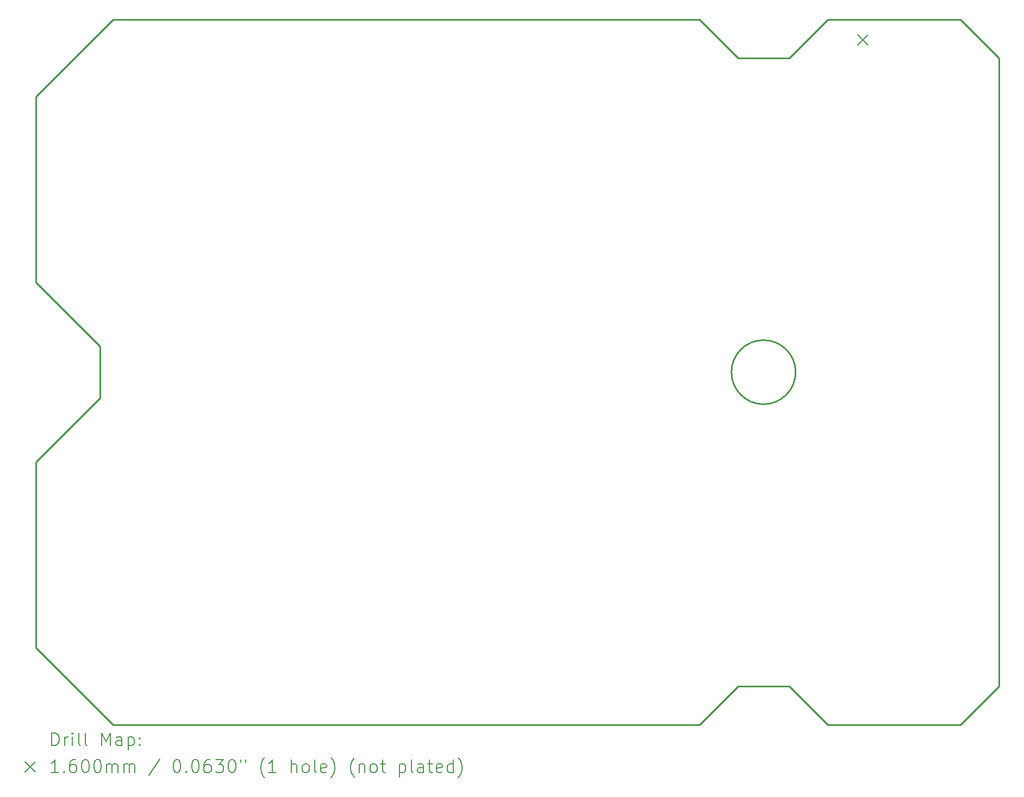
<source format=gbr>
%TF.GenerationSoftware,KiCad,Pcbnew,(6.0.10)*%
%TF.CreationDate,2023-02-22T22:59:29-05:00*%
%TF.ProjectId,System Management Board,53797374-656d-4204-9d61-6e6167656d65,rev?*%
%TF.SameCoordinates,Original*%
%TF.FileFunction,Drillmap*%
%TF.FilePolarity,Positive*%
%FSLAX45Y45*%
G04 Gerber Fmt 4.5, Leading zero omitted, Abs format (unit mm)*
G04 Created by KiCad (PCBNEW (6.0.10)) date 2023-02-22 22:59:29*
%MOMM*%
%LPD*%
G01*
G04 APERTURE LIST*
%ADD10C,0.250000*%
%ADD11C,0.200000*%
%ADD12C,0.160000*%
G04 APERTURE END LIST*
D10*
X8372500Y-10436514D02*
X7372500Y-11436514D01*
X19705833Y-15536514D02*
X21772500Y-15536514D01*
X8572500Y-15536513D02*
X17705833Y-15536514D01*
X19105833Y-14936514D02*
X19705833Y-15536514D01*
X19105833Y-5136514D02*
X18305833Y-5136514D01*
X8372500Y-9636514D02*
X8372500Y-10436514D01*
X21772500Y-15536514D02*
X22372500Y-14936514D01*
X21772500Y-4536514D02*
X19705833Y-4536514D01*
X7372500Y-14336514D02*
X8572500Y-15536513D01*
X17705833Y-4536514D02*
X8572500Y-4536514D01*
X22372500Y-14936514D02*
X22372500Y-5136514D01*
X7372500Y-8636514D02*
X8372500Y-9636514D01*
X19705833Y-4536514D02*
X19105833Y-5136514D01*
X7372500Y-5736514D02*
X7372500Y-8636514D01*
X18305833Y-14936514D02*
X19105833Y-14936514D01*
X18305833Y-5136514D02*
X17705833Y-4536514D01*
X19205833Y-10036514D02*
G75*
G03*
X19205833Y-10036514I-500000J0D01*
G01*
X7372500Y-11436514D02*
X7372500Y-14336514D01*
X8572500Y-4536514D02*
X7372500Y-5736514D01*
X22372500Y-5136514D02*
X21772500Y-4536514D01*
X17705833Y-15536514D02*
X18305833Y-14936514D01*
D11*
D12*
X20169680Y-4774240D02*
X20329680Y-4934240D01*
X20329680Y-4774240D02*
X20169680Y-4934240D01*
D11*
X7617619Y-15859490D02*
X7617619Y-15659490D01*
X7665238Y-15659490D01*
X7693809Y-15669014D01*
X7712857Y-15688061D01*
X7722381Y-15707109D01*
X7731905Y-15745204D01*
X7731905Y-15773776D01*
X7722381Y-15811871D01*
X7712857Y-15830918D01*
X7693809Y-15849966D01*
X7665238Y-15859490D01*
X7617619Y-15859490D01*
X7817619Y-15859490D02*
X7817619Y-15726157D01*
X7817619Y-15764252D02*
X7827143Y-15745204D01*
X7836667Y-15735680D01*
X7855714Y-15726157D01*
X7874762Y-15726157D01*
X7941428Y-15859490D02*
X7941428Y-15726157D01*
X7941428Y-15659490D02*
X7931905Y-15669014D01*
X7941428Y-15678538D01*
X7950952Y-15669014D01*
X7941428Y-15659490D01*
X7941428Y-15678538D01*
X8065238Y-15859490D02*
X8046190Y-15849966D01*
X8036667Y-15830918D01*
X8036667Y-15659490D01*
X8170000Y-15859490D02*
X8150952Y-15849966D01*
X8141428Y-15830918D01*
X8141428Y-15659490D01*
X8398571Y-15859490D02*
X8398571Y-15659490D01*
X8465238Y-15802347D01*
X8531905Y-15659490D01*
X8531905Y-15859490D01*
X8712857Y-15859490D02*
X8712857Y-15754728D01*
X8703333Y-15735680D01*
X8684286Y-15726157D01*
X8646190Y-15726157D01*
X8627143Y-15735680D01*
X8712857Y-15849966D02*
X8693810Y-15859490D01*
X8646190Y-15859490D01*
X8627143Y-15849966D01*
X8617619Y-15830918D01*
X8617619Y-15811871D01*
X8627143Y-15792823D01*
X8646190Y-15783299D01*
X8693810Y-15783299D01*
X8712857Y-15773776D01*
X8808095Y-15726157D02*
X8808095Y-15926157D01*
X8808095Y-15735680D02*
X8827143Y-15726157D01*
X8865238Y-15726157D01*
X8884286Y-15735680D01*
X8893810Y-15745204D01*
X8903333Y-15764252D01*
X8903333Y-15821395D01*
X8893810Y-15840442D01*
X8884286Y-15849966D01*
X8865238Y-15859490D01*
X8827143Y-15859490D01*
X8808095Y-15849966D01*
X8989048Y-15840442D02*
X8998571Y-15849966D01*
X8989048Y-15859490D01*
X8979524Y-15849966D01*
X8989048Y-15840442D01*
X8989048Y-15859490D01*
X8989048Y-15735680D02*
X8998571Y-15745204D01*
X8989048Y-15754728D01*
X8979524Y-15745204D01*
X8989048Y-15735680D01*
X8989048Y-15754728D01*
D12*
X7200000Y-16109014D02*
X7360000Y-16269014D01*
X7360000Y-16109014D02*
X7200000Y-16269014D01*
D11*
X7722381Y-16279490D02*
X7608095Y-16279490D01*
X7665238Y-16279490D02*
X7665238Y-16079490D01*
X7646190Y-16108061D01*
X7627143Y-16127109D01*
X7608095Y-16136633D01*
X7808095Y-16260442D02*
X7817619Y-16269966D01*
X7808095Y-16279490D01*
X7798571Y-16269966D01*
X7808095Y-16260442D01*
X7808095Y-16279490D01*
X7989048Y-16079490D02*
X7950952Y-16079490D01*
X7931905Y-16089014D01*
X7922381Y-16098538D01*
X7903333Y-16127109D01*
X7893809Y-16165204D01*
X7893809Y-16241395D01*
X7903333Y-16260442D01*
X7912857Y-16269966D01*
X7931905Y-16279490D01*
X7970000Y-16279490D01*
X7989048Y-16269966D01*
X7998571Y-16260442D01*
X8008095Y-16241395D01*
X8008095Y-16193776D01*
X7998571Y-16174728D01*
X7989048Y-16165204D01*
X7970000Y-16155680D01*
X7931905Y-16155680D01*
X7912857Y-16165204D01*
X7903333Y-16174728D01*
X7893809Y-16193776D01*
X8131905Y-16079490D02*
X8150952Y-16079490D01*
X8170000Y-16089014D01*
X8179524Y-16098538D01*
X8189048Y-16117585D01*
X8198571Y-16155680D01*
X8198571Y-16203299D01*
X8189048Y-16241395D01*
X8179524Y-16260442D01*
X8170000Y-16269966D01*
X8150952Y-16279490D01*
X8131905Y-16279490D01*
X8112857Y-16269966D01*
X8103333Y-16260442D01*
X8093809Y-16241395D01*
X8084286Y-16203299D01*
X8084286Y-16155680D01*
X8093809Y-16117585D01*
X8103333Y-16098538D01*
X8112857Y-16089014D01*
X8131905Y-16079490D01*
X8322381Y-16079490D02*
X8341428Y-16079490D01*
X8360476Y-16089014D01*
X8370000Y-16098538D01*
X8379524Y-16117585D01*
X8389048Y-16155680D01*
X8389048Y-16203299D01*
X8379524Y-16241395D01*
X8370000Y-16260442D01*
X8360476Y-16269966D01*
X8341428Y-16279490D01*
X8322381Y-16279490D01*
X8303333Y-16269966D01*
X8293809Y-16260442D01*
X8284286Y-16241395D01*
X8274762Y-16203299D01*
X8274762Y-16155680D01*
X8284286Y-16117585D01*
X8293809Y-16098538D01*
X8303333Y-16089014D01*
X8322381Y-16079490D01*
X8474762Y-16279490D02*
X8474762Y-16146157D01*
X8474762Y-16165204D02*
X8484286Y-16155680D01*
X8503333Y-16146157D01*
X8531905Y-16146157D01*
X8550952Y-16155680D01*
X8560476Y-16174728D01*
X8560476Y-16279490D01*
X8560476Y-16174728D02*
X8570000Y-16155680D01*
X8589048Y-16146157D01*
X8617619Y-16146157D01*
X8636667Y-16155680D01*
X8646190Y-16174728D01*
X8646190Y-16279490D01*
X8741429Y-16279490D02*
X8741429Y-16146157D01*
X8741429Y-16165204D02*
X8750952Y-16155680D01*
X8770000Y-16146157D01*
X8798571Y-16146157D01*
X8817619Y-16155680D01*
X8827143Y-16174728D01*
X8827143Y-16279490D01*
X8827143Y-16174728D02*
X8836667Y-16155680D01*
X8855714Y-16146157D01*
X8884286Y-16146157D01*
X8903333Y-16155680D01*
X8912857Y-16174728D01*
X8912857Y-16279490D01*
X9303333Y-16069966D02*
X9131905Y-16327109D01*
X9560476Y-16079490D02*
X9579524Y-16079490D01*
X9598571Y-16089014D01*
X9608095Y-16098538D01*
X9617619Y-16117585D01*
X9627143Y-16155680D01*
X9627143Y-16203299D01*
X9617619Y-16241395D01*
X9608095Y-16260442D01*
X9598571Y-16269966D01*
X9579524Y-16279490D01*
X9560476Y-16279490D01*
X9541429Y-16269966D01*
X9531905Y-16260442D01*
X9522381Y-16241395D01*
X9512857Y-16203299D01*
X9512857Y-16155680D01*
X9522381Y-16117585D01*
X9531905Y-16098538D01*
X9541429Y-16089014D01*
X9560476Y-16079490D01*
X9712857Y-16260442D02*
X9722381Y-16269966D01*
X9712857Y-16279490D01*
X9703333Y-16269966D01*
X9712857Y-16260442D01*
X9712857Y-16279490D01*
X9846190Y-16079490D02*
X9865238Y-16079490D01*
X9884286Y-16089014D01*
X9893810Y-16098538D01*
X9903333Y-16117585D01*
X9912857Y-16155680D01*
X9912857Y-16203299D01*
X9903333Y-16241395D01*
X9893810Y-16260442D01*
X9884286Y-16269966D01*
X9865238Y-16279490D01*
X9846190Y-16279490D01*
X9827143Y-16269966D01*
X9817619Y-16260442D01*
X9808095Y-16241395D01*
X9798571Y-16203299D01*
X9798571Y-16155680D01*
X9808095Y-16117585D01*
X9817619Y-16098538D01*
X9827143Y-16089014D01*
X9846190Y-16079490D01*
X10084286Y-16079490D02*
X10046190Y-16079490D01*
X10027143Y-16089014D01*
X10017619Y-16098538D01*
X9998571Y-16127109D01*
X9989048Y-16165204D01*
X9989048Y-16241395D01*
X9998571Y-16260442D01*
X10008095Y-16269966D01*
X10027143Y-16279490D01*
X10065238Y-16279490D01*
X10084286Y-16269966D01*
X10093810Y-16260442D01*
X10103333Y-16241395D01*
X10103333Y-16193776D01*
X10093810Y-16174728D01*
X10084286Y-16165204D01*
X10065238Y-16155680D01*
X10027143Y-16155680D01*
X10008095Y-16165204D01*
X9998571Y-16174728D01*
X9989048Y-16193776D01*
X10170000Y-16079490D02*
X10293810Y-16079490D01*
X10227143Y-16155680D01*
X10255714Y-16155680D01*
X10274762Y-16165204D01*
X10284286Y-16174728D01*
X10293810Y-16193776D01*
X10293810Y-16241395D01*
X10284286Y-16260442D01*
X10274762Y-16269966D01*
X10255714Y-16279490D01*
X10198571Y-16279490D01*
X10179524Y-16269966D01*
X10170000Y-16260442D01*
X10417619Y-16079490D02*
X10436667Y-16079490D01*
X10455714Y-16089014D01*
X10465238Y-16098538D01*
X10474762Y-16117585D01*
X10484286Y-16155680D01*
X10484286Y-16203299D01*
X10474762Y-16241395D01*
X10465238Y-16260442D01*
X10455714Y-16269966D01*
X10436667Y-16279490D01*
X10417619Y-16279490D01*
X10398571Y-16269966D01*
X10389048Y-16260442D01*
X10379524Y-16241395D01*
X10370000Y-16203299D01*
X10370000Y-16155680D01*
X10379524Y-16117585D01*
X10389048Y-16098538D01*
X10398571Y-16089014D01*
X10417619Y-16079490D01*
X10560476Y-16079490D02*
X10560476Y-16117585D01*
X10636667Y-16079490D02*
X10636667Y-16117585D01*
X10931905Y-16355680D02*
X10922381Y-16346157D01*
X10903333Y-16317585D01*
X10893810Y-16298538D01*
X10884286Y-16269966D01*
X10874762Y-16222347D01*
X10874762Y-16184252D01*
X10884286Y-16136633D01*
X10893810Y-16108061D01*
X10903333Y-16089014D01*
X10922381Y-16060442D01*
X10931905Y-16050918D01*
X11112857Y-16279490D02*
X10998571Y-16279490D01*
X11055714Y-16279490D02*
X11055714Y-16079490D01*
X11036667Y-16108061D01*
X11017619Y-16127109D01*
X10998571Y-16136633D01*
X11350952Y-16279490D02*
X11350952Y-16079490D01*
X11436667Y-16279490D02*
X11436667Y-16174728D01*
X11427143Y-16155680D01*
X11408095Y-16146157D01*
X11379524Y-16146157D01*
X11360476Y-16155680D01*
X11350952Y-16165204D01*
X11560476Y-16279490D02*
X11541428Y-16269966D01*
X11531905Y-16260442D01*
X11522381Y-16241395D01*
X11522381Y-16184252D01*
X11531905Y-16165204D01*
X11541428Y-16155680D01*
X11560476Y-16146157D01*
X11589048Y-16146157D01*
X11608095Y-16155680D01*
X11617619Y-16165204D01*
X11627143Y-16184252D01*
X11627143Y-16241395D01*
X11617619Y-16260442D01*
X11608095Y-16269966D01*
X11589048Y-16279490D01*
X11560476Y-16279490D01*
X11741428Y-16279490D02*
X11722381Y-16269966D01*
X11712857Y-16250918D01*
X11712857Y-16079490D01*
X11893809Y-16269966D02*
X11874762Y-16279490D01*
X11836667Y-16279490D01*
X11817619Y-16269966D01*
X11808095Y-16250918D01*
X11808095Y-16174728D01*
X11817619Y-16155680D01*
X11836667Y-16146157D01*
X11874762Y-16146157D01*
X11893809Y-16155680D01*
X11903333Y-16174728D01*
X11903333Y-16193776D01*
X11808095Y-16212823D01*
X11970000Y-16355680D02*
X11979524Y-16346157D01*
X11998571Y-16317585D01*
X12008095Y-16298538D01*
X12017619Y-16269966D01*
X12027143Y-16222347D01*
X12027143Y-16184252D01*
X12017619Y-16136633D01*
X12008095Y-16108061D01*
X11998571Y-16089014D01*
X11979524Y-16060442D01*
X11970000Y-16050918D01*
X12331905Y-16355680D02*
X12322381Y-16346157D01*
X12303333Y-16317585D01*
X12293809Y-16298538D01*
X12284286Y-16269966D01*
X12274762Y-16222347D01*
X12274762Y-16184252D01*
X12284286Y-16136633D01*
X12293809Y-16108061D01*
X12303333Y-16089014D01*
X12322381Y-16060442D01*
X12331905Y-16050918D01*
X12408095Y-16146157D02*
X12408095Y-16279490D01*
X12408095Y-16165204D02*
X12417619Y-16155680D01*
X12436667Y-16146157D01*
X12465238Y-16146157D01*
X12484286Y-16155680D01*
X12493809Y-16174728D01*
X12493809Y-16279490D01*
X12617619Y-16279490D02*
X12598571Y-16269966D01*
X12589048Y-16260442D01*
X12579524Y-16241395D01*
X12579524Y-16184252D01*
X12589048Y-16165204D01*
X12598571Y-16155680D01*
X12617619Y-16146157D01*
X12646190Y-16146157D01*
X12665238Y-16155680D01*
X12674762Y-16165204D01*
X12684286Y-16184252D01*
X12684286Y-16241395D01*
X12674762Y-16260442D01*
X12665238Y-16269966D01*
X12646190Y-16279490D01*
X12617619Y-16279490D01*
X12741428Y-16146157D02*
X12817619Y-16146157D01*
X12770000Y-16079490D02*
X12770000Y-16250918D01*
X12779524Y-16269966D01*
X12798571Y-16279490D01*
X12817619Y-16279490D01*
X13036667Y-16146157D02*
X13036667Y-16346157D01*
X13036667Y-16155680D02*
X13055714Y-16146157D01*
X13093809Y-16146157D01*
X13112857Y-16155680D01*
X13122381Y-16165204D01*
X13131905Y-16184252D01*
X13131905Y-16241395D01*
X13122381Y-16260442D01*
X13112857Y-16269966D01*
X13093809Y-16279490D01*
X13055714Y-16279490D01*
X13036667Y-16269966D01*
X13246190Y-16279490D02*
X13227143Y-16269966D01*
X13217619Y-16250918D01*
X13217619Y-16079490D01*
X13408095Y-16279490D02*
X13408095Y-16174728D01*
X13398571Y-16155680D01*
X13379524Y-16146157D01*
X13341428Y-16146157D01*
X13322381Y-16155680D01*
X13408095Y-16269966D02*
X13389048Y-16279490D01*
X13341428Y-16279490D01*
X13322381Y-16269966D01*
X13312857Y-16250918D01*
X13312857Y-16231871D01*
X13322381Y-16212823D01*
X13341428Y-16203299D01*
X13389048Y-16203299D01*
X13408095Y-16193776D01*
X13474762Y-16146157D02*
X13550952Y-16146157D01*
X13503333Y-16079490D02*
X13503333Y-16250918D01*
X13512857Y-16269966D01*
X13531905Y-16279490D01*
X13550952Y-16279490D01*
X13693809Y-16269966D02*
X13674762Y-16279490D01*
X13636667Y-16279490D01*
X13617619Y-16269966D01*
X13608095Y-16250918D01*
X13608095Y-16174728D01*
X13617619Y-16155680D01*
X13636667Y-16146157D01*
X13674762Y-16146157D01*
X13693809Y-16155680D01*
X13703333Y-16174728D01*
X13703333Y-16193776D01*
X13608095Y-16212823D01*
X13874762Y-16279490D02*
X13874762Y-16079490D01*
X13874762Y-16269966D02*
X13855714Y-16279490D01*
X13817619Y-16279490D01*
X13798571Y-16269966D01*
X13789048Y-16260442D01*
X13779524Y-16241395D01*
X13779524Y-16184252D01*
X13789048Y-16165204D01*
X13798571Y-16155680D01*
X13817619Y-16146157D01*
X13855714Y-16146157D01*
X13874762Y-16155680D01*
X13950952Y-16355680D02*
X13960476Y-16346157D01*
X13979524Y-16317585D01*
X13989048Y-16298538D01*
X13998571Y-16269966D01*
X14008095Y-16222347D01*
X14008095Y-16184252D01*
X13998571Y-16136633D01*
X13989048Y-16108061D01*
X13979524Y-16089014D01*
X13960476Y-16060442D01*
X13950952Y-16050918D01*
M02*

</source>
